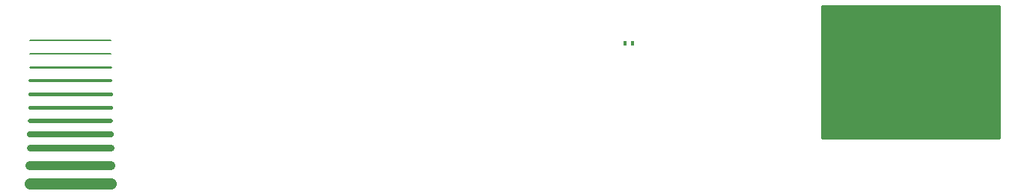
<source format=gbr>
G04 #@! TF.FileFunction,Copper,L1,Top,Signal*
%FSLAX46Y46*%
G04 Gerber Fmt 4.6, Leading zero omitted, Abs format (unit mm)*
G04 Created by KiCad (PCBNEW 4.0.4-stable) date 05/23/17 19:50:49*
%MOMM*%
%LPD*%
G01*
G04 APERTURE LIST*
%ADD10C,0.050000*%
%ADD11R,0.400000X0.600000*%
%ADD12C,1.270000*%
%ADD13C,1.016000*%
%ADD14C,0.762000*%
%ADD15C,0.635000*%
%ADD16C,0.508000*%
%ADD17C,0.457200*%
%ADD18C,0.381000*%
%ADD19C,0.304800*%
%ADD20C,0.254000*%
%ADD21C,0.203200*%
%ADD22C,0.152400*%
G04 APERTURE END LIST*
D10*
D11*
X141850000Y-91952000D03*
X142750000Y-91952000D03*
D12*
X74572000Y-107888000D02*
X83716000Y-107888000D01*
D13*
X74572000Y-105856000D02*
X83716000Y-105856000D01*
D14*
X74572000Y-103824000D02*
X83716000Y-103824000D01*
D15*
X74572000Y-102300000D02*
X83716000Y-102300000D01*
D16*
X74572000Y-100776000D02*
X83716000Y-100776000D01*
D17*
X74572000Y-99252000D02*
X83716000Y-99252000D01*
D18*
X74572000Y-97728000D02*
X83716000Y-97728000D01*
D19*
X74572000Y-96204000D02*
X83716000Y-96204000D01*
D20*
X74572000Y-94680000D02*
X83716000Y-94680000D01*
D21*
X74572000Y-93156000D02*
X83716000Y-93156000D01*
D22*
X74572000Y-91632000D02*
X83716000Y-91632000D01*
D20*
G36*
X184173000Y-102681000D02*
X164107000Y-102681000D01*
X164107000Y-87695000D01*
X184173000Y-87695000D01*
X184173000Y-102681000D01*
X184173000Y-102681000D01*
G37*
X184173000Y-102681000D02*
X164107000Y-102681000D01*
X164107000Y-87695000D01*
X184173000Y-87695000D01*
X184173000Y-102681000D01*
M02*

</source>
